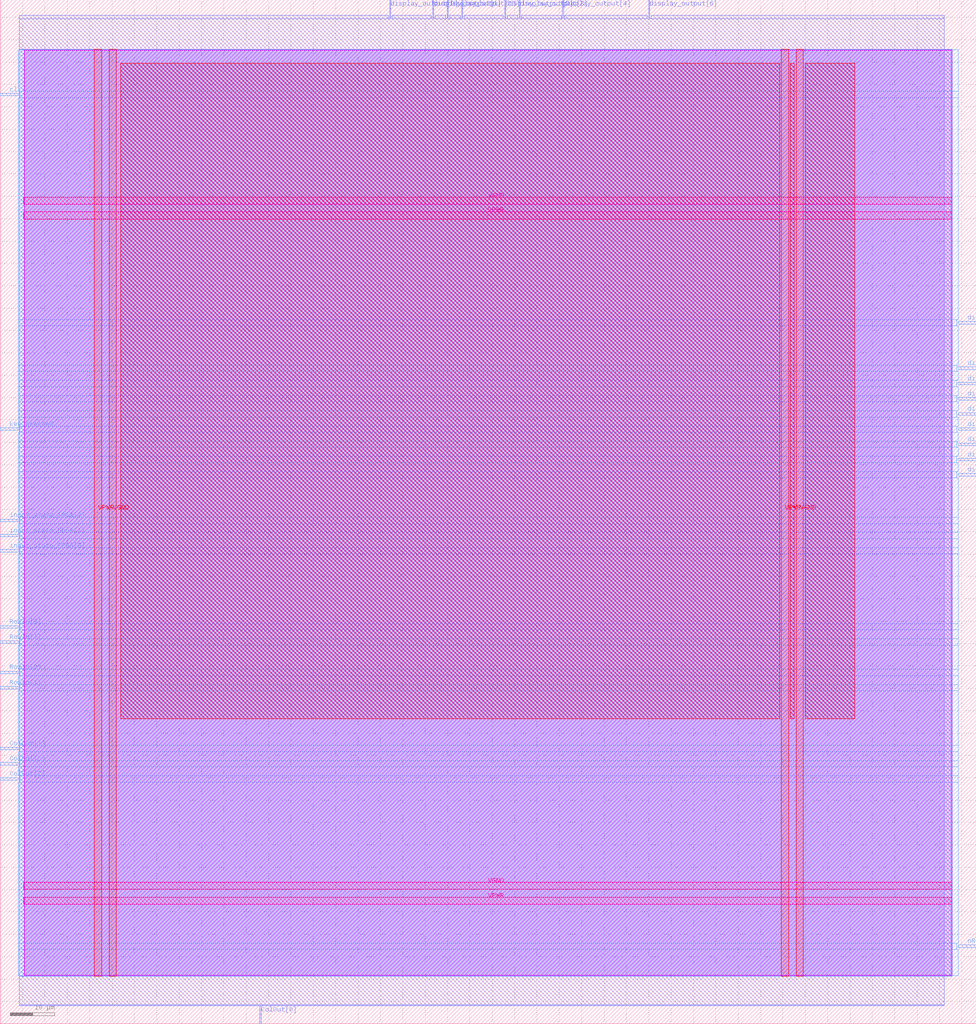
<source format=lef>
VERSION 5.7 ;
  NOWIREEXTENSIONATPIN ON ;
  DIVIDERCHAR "/" ;
  BUSBITCHARS "[]" ;
MACRO calculator_top
  CLASS BLOCK ;
  FOREIGN calculator_top ;
  ORIGIN 0.000 0.000 ;
  SIZE 218.215 BY 228.935 ;
  PIN ColOut[0]
    DIRECTION OUTPUT ;
    USE SIGNAL ;
    ANTENNADIFFAREA 0.445500 ;
    PORT
      LAYER met2 ;
        RECT 58.050 0.000 58.330 4.000 ;
    END
  END ColOut[0]
  PIN ColOut[1]
    DIRECTION OUTPUT ;
    USE SIGNAL ;
    ANTENNADIFFAREA 0.445500 ;
    PORT
      LAYER met3 ;
        RECT 0.000 61.240 4.000 61.840 ;
    END
  END ColOut[1]
  PIN ColOut[2]
    DIRECTION OUTPUT ;
    USE SIGNAL ;
    ANTENNADIFFAREA 0.445500 ;
    PORT
      LAYER met3 ;
        RECT 0.000 54.440 4.000 55.040 ;
    END
  END ColOut[2]
  PIN ColOut[3]
    DIRECTION OUTPUT ;
    USE SIGNAL ;
    ANTENNADIFFAREA 0.445500 ;
    PORT
      LAYER met3 ;
        RECT 0.000 57.840 4.000 58.440 ;
    END
  END ColOut[3]
  PIN RowIn[0]
    DIRECTION INPUT ;
    USE SIGNAL ;
    ANTENNAGATEAREA 0.196500 ;
    PORT
      LAYER met3 ;
        RECT 0.000 78.240 4.000 78.840 ;
    END
  END RowIn[0]
  PIN RowIn[1]
    DIRECTION INPUT ;
    USE SIGNAL ;
    ANTENNAGATEAREA 0.196500 ;
    PORT
      LAYER met3 ;
        RECT 0.000 74.840 4.000 75.440 ;
    END
  END RowIn[1]
  PIN RowIn[2]
    DIRECTION INPUT ;
    USE SIGNAL ;
    ANTENNAGATEAREA 0.196500 ;
    PORT
      LAYER met3 ;
        RECT 0.000 85.040 4.000 85.640 ;
    END
  END RowIn[2]
  PIN RowIn[3]
    DIRECTION INPUT ;
    USE SIGNAL ;
    ANTENNAGATEAREA 0.196500 ;
    PORT
      LAYER met3 ;
        RECT 0.000 88.440 4.000 89.040 ;
    END
  END RowIn[3]
  PIN VGND
    DIRECTION INOUT ;
    USE GROUND ;
    PORT
      LAYER met4 ;
        RECT 24.340 10.640 25.940 217.840 ;
    END
    PORT
      LAYER met4 ;
        RECT 177.940 10.640 179.540 217.840 ;
    END
    PORT
      LAYER met5 ;
        RECT 5.280 30.030 212.760 31.630 ;
    END
    PORT
      LAYER met5 ;
        RECT 5.280 183.210 212.760 184.810 ;
    END
  END VGND
  PIN VPWR
    DIRECTION INOUT ;
    USE POWER ;
    PORT
      LAYER met4 ;
        RECT 21.040 10.640 22.640 217.840 ;
    END
    PORT
      LAYER met4 ;
        RECT 174.640 10.640 176.240 217.840 ;
    END
    PORT
      LAYER met5 ;
        RECT 5.280 26.730 212.760 28.330 ;
    END
    PORT
      LAYER met5 ;
        RECT 5.280 179.910 212.760 181.510 ;
    END
  END VPWR
  PIN clk
    DIRECTION INPUT ;
    USE SIGNAL ;
    ANTENNAGATEAREA 0.852000 ;
    PORT
      LAYER met3 ;
        RECT 0.000 207.440 4.000 208.040 ;
    END
  END clk
  PIN complete
    DIRECTION OUTPUT ;
    USE SIGNAL ;
    ANTENNADIFFAREA 0.445500 ;
    PORT
      LAYER met2 ;
        RECT 103.130 224.935 103.410 228.935 ;
    END
  END complete
  PIN display_output[0]
    DIRECTION OUTPUT ;
    USE SIGNAL ;
    ANTENNADIFFAREA 0.445500 ;
    PORT
      LAYER met2 ;
        RECT 87.030 224.935 87.310 228.935 ;
    END
  END display_output[0]
  PIN display_output[10]
    DIRECTION OUTPUT ;
    USE SIGNAL ;
    ANTENNADIFFAREA 0.445500 ;
    PORT
      LAYER met3 ;
        RECT 214.215 132.640 218.215 133.240 ;
    END
  END display_output[10]
  PIN display_output[11]
    DIRECTION OUTPUT ;
    USE SIGNAL ;
    ANTENNADIFFAREA 0.445500 ;
    PORT
      LAYER met3 ;
        RECT 214.215 156.440 218.215 157.040 ;
    END
  END display_output[11]
  PIN display_output[12]
    DIRECTION OUTPUT ;
    USE SIGNAL ;
    ANTENNADIFFAREA 0.445500 ;
    PORT
      LAYER met3 ;
        RECT 214.215 122.440 218.215 123.040 ;
    END
  END display_output[12]
  PIN display_output[13]
    DIRECTION OUTPUT ;
    USE SIGNAL ;
    ANTENNADIFFAREA 0.445500 ;
    PORT
      LAYER met3 ;
        RECT 214.215 142.840 218.215 143.440 ;
    END
  END display_output[13]
  PIN display_output[14]
    DIRECTION OUTPUT ;
    USE SIGNAL ;
    ANTENNADIFFAREA 0.445500 ;
    PORT
      LAYER met3 ;
        RECT 214.215 125.840 218.215 126.440 ;
    END
  END display_output[14]
  PIN display_output[15]
    DIRECTION OUTPUT ;
    USE SIGNAL ;
    ANTENNADIFFAREA 0.445500 ;
    PORT
      LAYER met2 ;
        RECT 99.910 224.935 100.190 228.935 ;
    END
  END display_output[15]
  PIN display_output[1]
    DIRECTION OUTPUT ;
    USE SIGNAL ;
    ANTENNADIFFAREA 0.445500 ;
    PORT
      LAYER met2 ;
        RECT 96.690 224.935 96.970 228.935 ;
    END
  END display_output[1]
  PIN display_output[2]
    DIRECTION OUTPUT ;
    USE SIGNAL ;
    ANTENNADIFFAREA 0.445500 ;
    PORT
      LAYER met2 ;
        RECT 112.790 224.935 113.070 228.935 ;
    END
  END display_output[2]
  PIN display_output[3]
    DIRECTION OUTPUT ;
    USE SIGNAL ;
    ANTENNADIFFAREA 0.445500 ;
    PORT
      LAYER met2 ;
        RECT 116.010 224.935 116.290 228.935 ;
    END
  END display_output[3]
  PIN display_output[4]
    DIRECTION OUTPUT ;
    USE SIGNAL ;
    ANTENNADIFFAREA 0.445500 ;
    PORT
      LAYER met2 ;
        RECT 125.670 224.935 125.950 228.935 ;
    END
  END display_output[4]
  PIN display_output[5]
    DIRECTION OUTPUT ;
    USE SIGNAL ;
    ANTENNADIFFAREA 0.445500 ;
    PORT
      LAYER met3 ;
        RECT 214.215 129.240 218.215 129.840 ;
    END
  END display_output[5]
  PIN display_output[6]
    DIRECTION OUTPUT ;
    USE SIGNAL ;
    ANTENNADIFFAREA 0.445500 ;
    PORT
      LAYER met2 ;
        RECT 144.990 224.935 145.270 228.935 ;
    END
  END display_output[6]
  PIN display_output[7]
    DIRECTION OUTPUT ;
    USE SIGNAL ;
    ANTENNADIFFAREA 0.445500 ;
    PORT
      LAYER met3 ;
        RECT 214.215 136.040 218.215 136.640 ;
    END
  END display_output[7]
  PIN display_output[8]
    DIRECTION OUTPUT ;
    USE SIGNAL ;
    ANTENNADIFFAREA 0.445500 ;
    PORT
      LAYER met3 ;
        RECT 214.215 139.440 218.215 140.040 ;
    END
  END display_output[8]
  PIN display_output[9]
    DIRECTION OUTPUT ;
    USE SIGNAL ;
    ANTENNADIFFAREA 0.445500 ;
    PORT
      LAYER met3 ;
        RECT 214.215 146.240 218.215 146.840 ;
    END
  END display_output[9]
  PIN input_state_FPGA[0]
    DIRECTION OUTPUT ;
    USE SIGNAL ;
    ANTENNADIFFAREA 0.445500 ;
    PORT
      LAYER met3 ;
        RECT 0.000 105.440 4.000 106.040 ;
    END
  END input_state_FPGA[0]
  PIN input_state_FPGA[1]
    DIRECTION OUTPUT ;
    USE SIGNAL ;
    ANTENNADIFFAREA 0.445500 ;
    PORT
      LAYER met3 ;
        RECT 0.000 108.840 4.000 109.440 ;
    END
  END input_state_FPGA[1]
  PIN input_state_FPGA[2]
    DIRECTION OUTPUT ;
    USE SIGNAL ;
    ANTENNADIFFAREA 0.445500 ;
    PORT
      LAYER met3 ;
        RECT 0.000 112.240 4.000 112.840 ;
    END
  END input_state_FPGA[2]
  PIN key_pressed
    DIRECTION OUTPUT ;
    USE SIGNAL ;
    ANTENNADIFFAREA 0.445500 ;
    PORT
      LAYER met3 ;
        RECT 0.000 132.640 4.000 133.240 ;
    END
  END key_pressed
  PIN nRST
    DIRECTION INPUT ;
    USE SIGNAL ;
    ANTENNAGATEAREA 0.126000 ;
    PORT
      LAYER met3 ;
        RECT 214.215 17.040 218.215 17.640 ;
    END
  END nRST
  OBS
      LAYER nwell ;
        RECT 5.330 10.795 212.710 217.685 ;
      LAYER li1 ;
        RECT 5.520 10.795 212.520 217.685 ;
      LAYER met1 ;
        RECT 4.210 10.640 212.820 217.840 ;
      LAYER met2 ;
        RECT 4.230 224.655 86.750 225.490 ;
        RECT 87.590 224.655 96.410 225.490 ;
        RECT 97.250 224.655 99.630 225.490 ;
        RECT 100.470 224.655 102.850 225.490 ;
        RECT 103.690 224.655 112.510 225.490 ;
        RECT 113.350 224.655 115.730 225.490 ;
        RECT 116.570 224.655 125.390 225.490 ;
        RECT 126.230 224.655 144.710 225.490 ;
        RECT 145.550 224.655 211.050 225.490 ;
        RECT 4.230 4.280 211.050 224.655 ;
        RECT 4.230 4.000 57.770 4.280 ;
        RECT 58.610 4.000 211.050 4.280 ;
      LAYER met3 ;
        RECT 3.990 208.440 214.215 217.765 ;
        RECT 4.400 207.040 214.215 208.440 ;
        RECT 3.990 157.440 214.215 207.040 ;
        RECT 3.990 156.040 213.815 157.440 ;
        RECT 3.990 147.240 214.215 156.040 ;
        RECT 3.990 145.840 213.815 147.240 ;
        RECT 3.990 143.840 214.215 145.840 ;
        RECT 3.990 142.440 213.815 143.840 ;
        RECT 3.990 140.440 214.215 142.440 ;
        RECT 3.990 139.040 213.815 140.440 ;
        RECT 3.990 137.040 214.215 139.040 ;
        RECT 3.990 135.640 213.815 137.040 ;
        RECT 3.990 133.640 214.215 135.640 ;
        RECT 4.400 132.240 213.815 133.640 ;
        RECT 3.990 130.240 214.215 132.240 ;
        RECT 3.990 128.840 213.815 130.240 ;
        RECT 3.990 126.840 214.215 128.840 ;
        RECT 3.990 125.440 213.815 126.840 ;
        RECT 3.990 123.440 214.215 125.440 ;
        RECT 3.990 122.040 213.815 123.440 ;
        RECT 3.990 113.240 214.215 122.040 ;
        RECT 4.400 111.840 214.215 113.240 ;
        RECT 3.990 109.840 214.215 111.840 ;
        RECT 4.400 108.440 214.215 109.840 ;
        RECT 3.990 106.440 214.215 108.440 ;
        RECT 4.400 105.040 214.215 106.440 ;
        RECT 3.990 89.440 214.215 105.040 ;
        RECT 4.400 88.040 214.215 89.440 ;
        RECT 3.990 86.040 214.215 88.040 ;
        RECT 4.400 84.640 214.215 86.040 ;
        RECT 3.990 79.240 214.215 84.640 ;
        RECT 4.400 77.840 214.215 79.240 ;
        RECT 3.990 75.840 214.215 77.840 ;
        RECT 4.400 74.440 214.215 75.840 ;
        RECT 3.990 62.240 214.215 74.440 ;
        RECT 4.400 60.840 214.215 62.240 ;
        RECT 3.990 58.840 214.215 60.840 ;
        RECT 4.400 57.440 214.215 58.840 ;
        RECT 3.990 55.440 214.215 57.440 ;
        RECT 4.400 54.040 214.215 55.440 ;
        RECT 3.990 18.040 214.215 54.040 ;
        RECT 3.990 16.640 213.815 18.040 ;
        RECT 3.990 10.715 214.215 16.640 ;
      LAYER met4 ;
        RECT 26.975 68.175 174.240 214.705 ;
        RECT 176.640 68.175 177.540 214.705 ;
        RECT 179.940 68.175 191.065 214.705 ;
  END
END calculator_top
END LIBRARY


</source>
